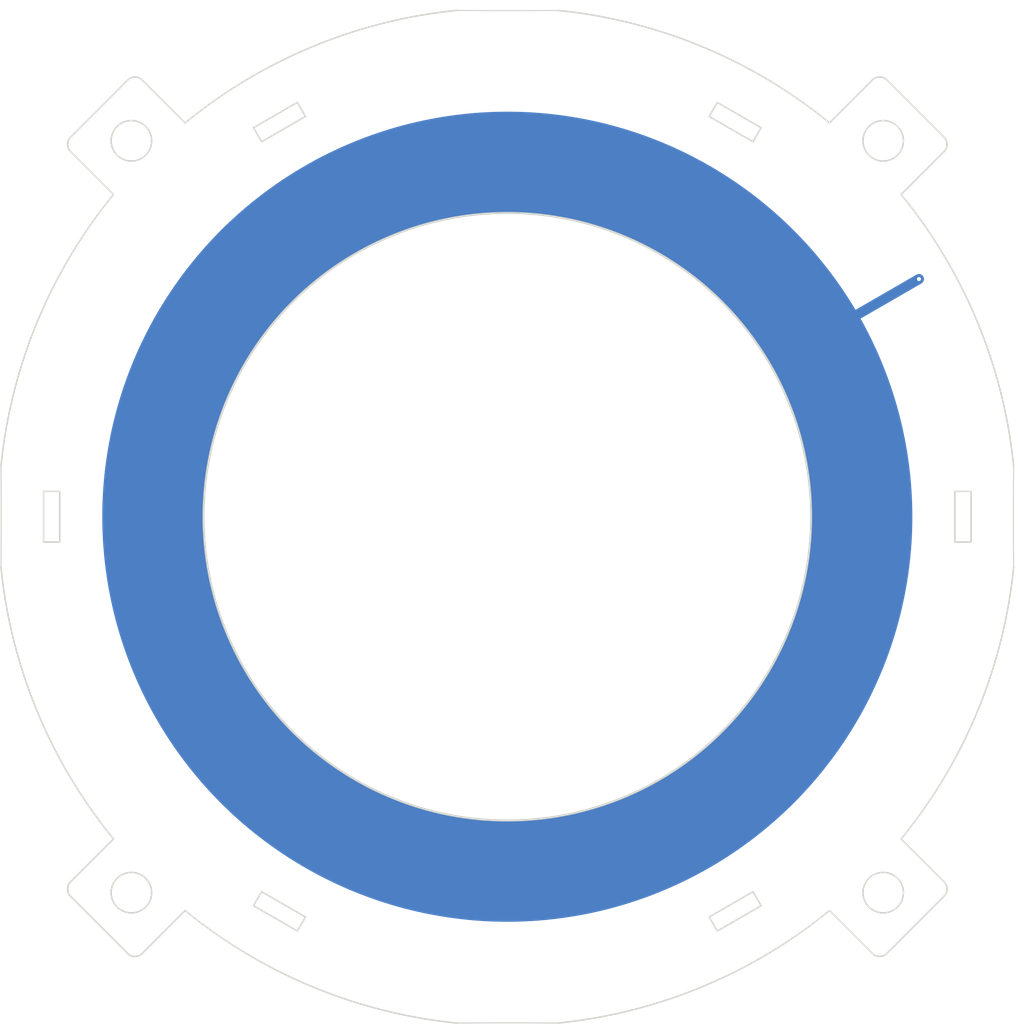
<source format=kicad_pcb>
(kicad_pcb (version 20221018) (generator pcbnew)

  (general
    (thickness 1.6)
  )

  (paper "A4")
  (layers
    (0 "F.Cu" signal)
    (31 "B.Cu" signal)
    (32 "B.Adhes" user "B.Adhesive")
    (33 "F.Adhes" user "F.Adhesive")
    (34 "B.Paste" user)
    (35 "F.Paste" user)
    (36 "B.SilkS" user "B.Silkscreen")
    (37 "F.SilkS" user "F.Silkscreen")
    (38 "B.Mask" user)
    (39 "F.Mask" user)
    (40 "Dwgs.User" user "User.Drawings")
    (41 "Cmts.User" user "User.Comments")
    (42 "Eco1.User" user "User.Eco1")
    (43 "Eco2.User" user "User.Eco2")
    (44 "Edge.Cuts" user)
    (45 "Margin" user)
    (46 "B.CrtYd" user "B.Courtyard")
    (47 "F.CrtYd" user "F.Courtyard")
    (48 "B.Fab" user)
    (49 "F.Fab" user)
    (50 "User.1" user)
    (51 "User.2" user)
    (52 "User.3" user)
    (53 "User.4" user)
    (54 "User.5" user)
    (55 "User.6" user)
    (56 "User.7" user)
    (57 "User.8" user)
    (58 "User.9" user)
  )

  (setup
    (pad_to_mask_clearance 0)
    (pcbplotparams
      (layerselection 0x00010fc_ffffffff)
      (plot_on_all_layers_selection 0x0000000_00000000)
      (disableapertmacros false)
      (usegerberextensions false)
      (usegerberattributes true)
      (usegerberadvancedattributes true)
      (creategerberjobfile true)
      (dashed_line_dash_ratio 12.000000)
      (dashed_line_gap_ratio 3.000000)
      (svgprecision 4)
      (plotframeref false)
      (viasonmask false)
      (mode 1)
      (useauxorigin false)
      (hpglpennumber 1)
      (hpglpenspeed 20)
      (hpglpendiameter 15.000000)
      (dxfpolygonmode true)
      (dxfimperialunits true)
      (dxfusepcbnewfont true)
      (psnegative false)
      (psa4output false)
      (plotreference true)
      (plotvalue true)
      (plotinvisibletext false)
      (sketchpadsonfab false)
      (subtractmaskfromsilk false)
      (outputformat 1)
      (mirror false)
      (drillshape 1)
      (scaleselection 1)
      (outputdirectory "")
    )
  )

  (net 0 "")

  (gr_circle (center 73.643 73.802) (end 108.643 73.802)
    (stroke (width 10) (type default)) (fill none) (layer "B.Cu") (tstamp 2d5ffa00-6d85-4434-afa3-a48469a4f117))
  (gr_line (start 107.875532 54.037839) (end 114.294131 50.332059)
    (stroke (width 1) (type default)) (layer "B.Cu") (tstamp f3bfdc36-54ee-4170-9e45-a6a14a66ac04))
  (gr_circle (center 73.643 73.802) (end 108.643 73.802)
    (stroke (width 10) (type default)) (fill none) (layer "B.Mask") (tstamp 77176cfa-aaf3-4aab-9ccc-49dad4bc86ed))
  (gr_line (start 111.11966 30.668486) (end 116.776514 36.32534)
    (stroke (width 0.15) (type default)) (layer "Edge.Cuts") (tstamp 01775ad2-1564-4dd6-888b-aabbeb5c9177))
  (gr_circle (center 73.643 73.802) (end 103.643 73.802)
    (stroke (width 0.2) (type default)) (fill none) (layer "Edge.Cuts") (tstamp 0433ddb8-9af1-455d-8242-63cba84dc7ad))
  (gr_line (start 78.643 123.802) (end 75.142325 123.779515)
    (stroke (width 0.1) (type default)) (layer "Edge.Cuts") (tstamp 07d67c93-fc2d-4660-98b3-9b6253d0a12c))
  (gr_line (start 105.462805 34.911127) (end 109.705446 30.668486)
    (stroke (width 0.15) (type default)) (layer "Edge.Cuts") (tstamp 08915748-1e53-457c-9795-522d41701ff5))
  (gr_line (start 30.509486 36.32534) (end 36.16634 30.668486)
    (stroke (width 0.15) (type default)) (layer "Edge.Cuts") (tstamp 1140fe97-f8ce-46ae-8fd7-7f93bffba07b))
  (gr_line (start 123.620515 72.302675) (end 123.620515 75.302675)
    (stroke (width 0.1) (type default)) (layer "Edge.Cuts") (tstamp 1274f33d-b116-4dbd-93c0-abc65c8e2616))
  (gr_arc (start 68.643 123.802) (mid 54.413396 120.226372) (end 41.823195 112.692873)
    (stroke (width 0.15) (type default)) (layer "Edge.Cuts") (tstamp 16be3f16-141e-44ca-a08c-de6d5587b066))
  (gr_line (start 41.823195 112.692873) (end 37.580554 116.935514)
    (stroke (width 0.15) (type default)) (layer "Edge.Cuts") (tstamp 1d3b1d26-99f3-4cad-ae38-8088680c7976))
  (gr_line (start 116.776514 111.27866) (end 111.11966 116.935514)
    (stroke (width 0.15) (type default)) (layer "Edge.Cuts") (tstamp 231266a5-4b41-4da0-a8cc-86bac6628155))
  (gr_arc (start 41.823195 34.911127) (mid 54.413396 27.377628) (end 68.643 23.802)
    (stroke (width 0.15) (type default)) (layer "Edge.Cuts") (tstamp 23176bad-abfe-4981-b4eb-00045aa37863))
  (gr_arc (start 105.462805 112.692873) (mid 92.872604 120.226372) (end 78.643 123.802)
    (stroke (width 0.15) (type default)) (layer "Edge.Cuts") (tstamp 2838f964-201e-4f4a-938b-cf462011f657))
  (gr_arc (start 123.643 78.802) (mid 120.067372 93.031604) (end 112.533873 105.621805)
    (stroke (width 0.15) (type default)) (layer "Edge.Cuts") (tstamp 2c175d60-7541-496e-ac82-74f5f0139378))
  (gr_line (start 23.665485 72.301325) (end 23.643 68.802)
    (stroke (width 0.1) (type default)) (layer "Edge.Cuts") (tstamp 2d8c8e0d-4558-47ab-85a7-180768b0b54b))
  (gr_arc (start 78.643 23.802) (mid 92.872604 27.377628) (end 105.462805 34.911127)
    (stroke (width 0.15) (type default)) (layer "Edge.Cuts") (tstamp 3ecbfb7e-3fb1-4da4-950b-d89349abfa9b))
  (gr_circle (center 36.519894 110.925106) (end 34.519893 110.925106)
    (stroke (width 0.15) (type default)) (fill none) (layer "Edge.Cuts") (tstamp 4190d8d5-6689-473d-9bda-743b544d6dd1))
  (gr_arc (start 36.16634 30.668486) (mid 36.873447 30.375592) (end 37.580554 30.668486)
    (stroke (width 0.15) (type default)) (layer "Edge.Cuts") (tstamp 42df6d4c-b680-4b9f-aafb-976d06076223))
  (gr_line (start 123.620515 75.302675) (end 123.643 78.802)
    (stroke (width 0.1) (type default)) (layer "Edge.Cuts") (tstamp 4e49ba2c-b146-478a-92f8-c992b7392bc4))
  (gr_line (start 36.16634 116.935514) (end 30.509486 111.27866)
    (stroke (width 0.15) (type default)) (layer "Edge.Cuts") (tstamp 4fa43be4-fd05-4b98-8972-db8d0c558c05))
  (gr_line (start 72.142325 123.779515) (end 68.643 123.802)
    (stroke (width 0.1) (type default)) (layer "Edge.Cuts") (tstamp 550d7461-34e1-4735-aa3a-1bcb5ece7fe3))
  (gr_arc (start 34.752127 105.621805) (mid 27.218628 93.031604) (end 23.643 78.802)
    (stroke (width 0.15) (type default)) (layer "Edge.Cuts") (tstamp 5a2855ef-e990-4179-94d8-95c788648fff))
  (gr_arc (start 112.533873 41.982195) (mid 120.067372 54.572396) (end 123.643 68.802)
    (stroke (width 0.15) (type default)) (layer "Edge.Cuts") (tstamp 5bb2cf2b-3fd8-44c8-ad69-2e8f86cb4e2c))
  (gr_poly
    (pts
      (xy 97.908064 110.830323)
      (xy 98.708064 112.215964)
      (xy 94.377937 114.715964)
      (xy 93.577937 113.330323)
    )

    (stroke (width 0.15) (type default)) (fill none) (layer "Edge.Cuts") (tstamp 5ea1e511-66a8-44a5-b6f6-431fb719bf36))
  (gr_poly
    (pts
      (xy 53.708064 113.330323)
      (xy 52.908064 114.715964)
      (xy 48.577937 112.215964)
      (xy 49.377937 110.830323)
    )

    (stroke (width 0.15) (type default)) (fill none) (layer "Edge.Cuts") (tstamp 67445282-ec47-466f-811c-e4d6270afe81))
  (gr_line (start 23.665485 75.301325) (end 23.665485 72.301325)
    (stroke (width 0.1) (type default)) (layer "Edge.Cuts") (tstamp 71e370d3-1496-4a57-8248-083325566eaf))
  (gr_poly
    (pts
      (xy 93.577936 34.273677)
      (xy 94.377936 32.888036)
      (xy 98.708063 35.388036)
      (xy 97.908063 36.773677)
    )

    (stroke (width 0.15) (type default)) (fill none) (layer "Edge.Cuts") (tstamp 75099426-5807-4e0c-9cda-52d55082cf24))
  (gr_line (start 23.643 78.802) (end 23.665485 75.301325)
    (stroke (width 0.1) (type default)) (layer "Edge.Cuts") (tstamp 75c0e658-8c4b-4502-8d23-4dc58a1c0ccb))
  (gr_circle (center 110.766106 36.678894) (end 112.766107 36.678894)
    (stroke (width 0.15) (type default)) (fill none) (layer "Edge.Cuts") (tstamp 76134e99-9988-401f-842a-d8daa19be4f5))
  (gr_line (start 105.462805 112.692873) (end 109.705446 116.935514)
    (stroke (width 0.15) (type default)) (layer "Edge.Cuts") (tstamp 76665fce-c682-4b3f-b2b7-83a2f7b77058))
  (gr_rect (start 117.843 71.302) (end 119.443 76.302)
    (stroke (width 0.15) (type default)) (fill none) (layer "Edge.Cuts") (tstamp 8bbd2bc6-c68a-469d-b615-f1d4c0368e78))
  (gr_arc (start 111.11966 116.935514) (mid 110.412553 117.228408) (end 109.705446 116.935514)
    (stroke (width 0.15) (type default)) (layer "Edge.Cuts") (tstamp 8dca85e6-0dcd-4568-991b-27812ecd9fce))
  (gr_line (start 112.533873 105.621805) (end 116.776514 109.864446)
    (stroke (width 0.15) (type default)) (layer "Edge.Cuts") (tstamp 93cf00f8-9b15-4cba-a586-b55b5e80b4d2))
  (gr_arc (start 109.705446 30.668486) (mid 110.412553 30.375592) (end 111.11966 30.668486)
    (stroke (width 0.15) (type default)) (layer "Edge.Cuts") (tstamp 94a61ea4-cdde-42c1-939f-cd3270cd104f))
  (gr_arc (start 23.643 68.802) (mid 27.218628 54.572396) (end 34.752127 41.982195)
    (stroke (width 0.15) (type default)) (layer "Edge.Cuts") (tstamp 95bb72c1-9af4-48d0-899e-71b8a8b17e1f))
  (gr_arc (start 30.509486 37.739554) (mid 30.216592 37.032447) (end 30.509486 36.32534)
    (stroke (width 0.15) (type default)) (layer "Edge.Cuts") (tstamp 9b240a1a-a125-4979-a17d-0e5b7712bce6))
  (gr_poly
    (pts
      (xy 49.377936 36.773677)
      (xy 48.577936 35.388036)
      (xy 52.908063 32.888036)
      (xy 53.708063 34.273677)
    )

    (stroke (width 0.15) (type default)) (fill none) (layer "Edge.Cuts") (tstamp 9bc1bab0-bd8d-4954-a3bf-8107eb23602e))
  (gr_line (start 34.752127 41.982195) (end 30.509486 37.739554)
    (stroke (width 0.15) (type default)) (layer "Edge.Cuts") (tstamp a3e0c35c-78c7-4945-8b62-556cbbcaf6e8))
  (gr_line (start 41.823195 34.911127) (end 37.580554 30.668486)
    (stroke (width 0.15) (type default)) (layer "Edge.Cuts") (tstamp a6a6d568-70dc-41f9-8af7-87a10e323c73))
  (gr_line (start 72.142325 123.779515) (end 75.142325 123.779515)
    (stroke (width 0.1) (type default)) (layer "Edge.Cuts") (tstamp bdd35f50-14f8-4532-85e2-1e2a560ae580))
  (gr_line (start 68.643 23.802) (end 72.143675 23.824485)
    (stroke (width 0.1) (type default)) (layer "Edge.Cuts") (tstamp c2dd83bc-447e-4ba2-b9ba-ac7f998b9ca8))
  (gr_line (start 112.533873 41.982195) (end 116.776514 37.739554)
    (stroke (width 0.15) (type default)) (layer "Edge.Cuts") (tstamp c301c49d-2130-486e-9755-6837679bdbeb))
  (gr_rect (start 27.843 71.302) (end 29.443 76.302)
    (stroke (width 0.15) (type default)) (fill none) (layer "Edge.Cuts") (tstamp c97ba363-81a7-4f96-831a-a7ca9b41902a))
  (gr_arc (start 116.776514 36.32534) (mid 117.069408 37.032447) (end 116.776514 37.739554)
    (stroke (width 0.15) (type default)) (layer "Edge.Cuts") (tstamp cb49e33f-d0c0-4a55-af61-cfdd0e1230c0))
  (gr_arc (start 116.776514 109.864446) (mid 117.069408 110.571553) (end 116.776514 111.27866)
    (stroke (width 0.15) (type default)) (layer "Edge.Cuts") (tstamp dc02e366-e28b-4644-b037-0f67963ce64d))
  (gr_arc (start 30.509486 111.27866) (mid 30.216592 110.571553) (end 30.509486 109.864446)
    (stroke (width 0.15) (type default)) (layer "Edge.Cuts") (tstamp df947999-5e99-4353-8246-f41dca241213))
  (gr_line (start 72.143675 23.824485) (end 75.143675 23.824485)
    (stroke (width 0.1) (type default)) (layer "Edge.Cuts") (tstamp e14e8281-e3f2-47a8-8999-d48956432232))
  (gr_arc (start 37.580554 116.935514) (mid 36.873447 117.228408) (end 36.16634 116.935514)
    (stroke (width 0.15) (type default)) (layer "Edge.Cuts") (tstamp e22a98c7-9b67-42aa-994b-96c69295e6c1))
  (gr_line (start 123.643 68.802) (end 123.620515 72.302675)
    (stroke (width 0.1) (type default)) (layer "Edge.Cuts") (tstamp e47776ab-0e23-4ac2-a95f-40dcbc247d09))
  (gr_line (start 34.752127 105.621805) (end 30.509486 109.864446)
    (stroke (width 0.15) (type default)) (layer "Edge.Cuts") (tstamp e53d5562-2334-4bed-bbe5-5690da06babf))
  (gr_circle (center 110.766106 110.925106) (end 110.766106 112.925107)
    (stroke (width 0.15) (type default)) (fill none) (layer "Edge.Cuts") (tstamp ec45a99d-001c-4be5-a196-c94b4fa0b23b))
  (gr_circle (center 36.519894 36.678894) (end 36.519894 34.678893)
    (stroke (width 0.15) (type default)) (fill none) (layer "Edge.Cuts") (tstamp efb293e9-3e35-421e-8547-171eca6177f6))
  (gr_line (start 75.143675 23.824485) (end 78.643 23.802)
    (stroke (width 0.1) (type default)) (layer "Edge.Cuts") (tstamp f1e0bd4d-5ae5-4011-bda1-36e80edd3f8e))
  (gr_circle (center 110.766106 110.925106) (end 112.18032 112.33932)
    (stroke (width 0.15) (type default)) (fill none) (layer "User.4") (tstamp 5a180bb7-67af-4890-adcb-3eda186bbc93))
  (gr_circle (center 110.766106 110.925106) (end 112.18032 112.33932)
    (stroke (width 0.15) (type default)) (fill none) (layer "User.4") (tstamp 650293b4-8e73-42c1-a107-362d7c60c371))
  (gr_circle (center 36.519894 110.925106) (end 35.10568 112.33932)
    (stroke (width 0.15) (type default)) (fill none) (layer "User.4") (tstamp 91320479-3b5a-497d-b037-e87c2e0fad6e))
  (gr_circle (center 36.519894 36.678894) (end 35.10568 35.26468)
    (stroke (width 0.15) (type default)) (fill none) (layer "User.4") (tstamp 96b28dc9-1ae7-4d6e-b009-1395eb4975d6))
  (gr_circle (center 36.519894 110.925106) (end 35.10568 112.33932)
    (stroke (width 0.15) (type default)) (fill none) (layer "User.4") (tstamp 9c1caaee-15ae-416a-9822-c262bb9e4123))
  (gr_circle (center 110.766106 36.678894) (end 112.18032 35.26468)
    (stroke (width 0.15) (type default)) (fill none) (layer "User.4") (tstamp 9f7a0d53-e9e0-4d0b-9b2c-6a744ccc7aea))
  (gr_circle (center 36.519894 36.678894) (end 35.10568 35.26468)
    (stroke (width 0.15) (type default)) (fill none) (layer "User.4") (tstamp ca247d0c-90b0-41b7-889b-2528371ea44d))
  (gr_line (start 117.843 71.302) (end 118.643 71.302)
    (stroke (width 0.15) (type default)) (layer "User.6") (tstamp 04299cb1-f2e2-425b-ba62-71e0318f81a3))
  (gr_circle (center 73.643 73.802) (end 103.643 73.802)
    (stroke (width 0.2) (type default)) (fill none) (layer "User.6") (tstamp 05dee6c8-cb26-422e-8613-16c425aa052f))
  (gr_circle (center 114.294131 50.332059) (end 116.433664 49.096799)
    (stroke (width 0.15) (type default)) (fill none) (layer "User.6") (tstamp 0e49d3c6-d9bb-4be2-94df-60e2e0c7e779))
  (gr_circle (center 73.643 73.802) (end 123.643 73.802)
    (stroke (width 0.2) (type default)) (fill none) (layer "User.6") (tstamp 24a6b55e-40e1-48a7-9d87-02bd3fc3ad0d))
  (gr_line (start 119.443 71.302) (end 119.443 76.302)
    (stroke (width 0.15) (type default)) (layer "User.6") (tstamp 2fd6a09b-b498-4598-a247-94a0138d923a))
  (gr_line (start 73.643 73.802) (end 123.643 73.802)
    (stroke (width 0.15) (type default)) (layer "User.6") (tstamp 35f67d27-5f30-479e-8d30-aba52b095f12))
  (gr_circle (center 114.294131 50.332059) (end 116.433664 49.096799)
    (stroke (width 0.15) (type default)) (fill none) (layer "User.6") (tstamp 3fc5dad1-bbcf-475d-8208-8c8fc57fca65))
  (gr_line (start 90.759266 63.91992) (end 73.643 73.802)
    (stroke (width 0.15) (type default)) (layer "User.6") (tstamp 4378efa2-978f-4454-a812-81f79e6e6438))
  (gr_circle (center 73.643 73.802) (end 113.643 73.802)
    (stroke (width 0.2) (type default)) (fill none) (layer "User.6") (tstamp 47fa5388-75a4-4861-9914-32c77e490714))
  (gr_line (start 82.201133 68.86096) (end 73.643 73.802)
    (stroke (width 0.15) (type default)) (layer "User.6") (tstamp 4e1efb89-f711-4845-80c5-1c03d7d5e543))
  (gr_line (start 119.443 76.302) (end 118.643 76.302)
    (stroke (width 0.15) (type default)) (layer "User.6") (tstamp 53fda7fb-badf-465c-bf64-5fb7a8896de3))
  (gr_line (start 116.433664 49.096799) (end 112.154598 51.567319)
    (stroke (width 0.15) (type default)) (layer "User.6") (tstamp 69d2594c-f7ae-40a4-891a-99091ef84863))
  (gr_line (start 73.643 73.802) (end 107.875532 54.037839)
    (stroke (width 0.15) (type default)) (layer "User.6") (tstamp 72916af8-ec49-4936-9e32-1176d996101d))
  (gr_line (start 116.433664 49.096799) (end 112.154598 51.567319)
    (stroke (width 0.15) (type default)) (layer "User.6") (tstamp 75033f9c-3cb9-40be-a562-203b544f19d1))
  (gr_line (start 118.643 73.802) (end 118.643 71.302)
    (stroke (width 0.15) (type default)) (layer "User.6") (tstamp 76138075-e544-4725-857c-9ddcb10929fd))
  (gr_line (start 90.759266 63.91992) (end 73.643 73.802)
    (stroke (width 0.15) (type default)) (layer "User.6") (tstamp 7b2aa193-0773-4a75-8bb8-78c5f2870062))
  (gr_line (start 97.908063 36.773677) (end 117.843 71.302)
    (stroke (width 0.1) (type default)) (layer "User.6") (tstamp 867cb470-0f17-4490-a17f-a469b1a34d9b))
  (gr_line (start 73.643 73.802) (end 107.875532 54.037839)
    (stroke (width 0.15) (type default)) (layer "User.6") (tstamp 9d484fb7-ba39-4fe7-8fb0-96a08f88573f))
  (gr_line (start 118.643 71.302) (end 119.443 71.302)
    (stroke (width 0.15) (type default)) (layer "User.6") (tstamp a52fea4b-fb0b-4499-ac2f-9e7b7bbb39cd))
  (gr_line (start 112.154598 51.567319) (end 107.875532 54.037839)
    (stroke (width 0.15) (type default)) (layer "User.6") (tstamp b37a4b6c-6497-4493-8ea5-00e704822bfb))
  (gr_line (start 112.154598 51.567319) (end 107.875532 54.037839)
    (stroke (width 0.15) (type default)) (layer "User.6") (tstamp cca84da4-da29-4b8d-96e1-873bfe98a1f0))
  (gr_line (start 113.643 73.802) (end 123.643 73.802)
    (stroke (width 0.15) (type default)) (layer "User.6") (tstamp dcd5c41b-0856-42f4-b5df-04d36f3b1a5a))
  (gr_line (start 117.843 76.302) (end 117.843 71.302)
    (stroke (width 0.15) (type default)) (layer "User.6") (tstamp edc690c8-1c0c-4ac6-bfb4-f0788cdaa294))
  (gr_line (start 117.843 76.302) (end 118.643 76.302)
    (stroke (width 0.15) (type default)) (layer "User.6") (tstamp f4b8037b-496c-49c9-ba73-a511a36f7125))
  (gr_line (start 118.643 76.302) (end 118.643 73.802)
    (stroke (width 0.15) (type default)) (layer "User.6") (tstamp f8a33b3b-c515-42d2-bea6-add5cc74a944))
  (gr_line (start 82.201133 68.86096) (end 73.643 73.802)
    (stroke (width 0.15) (type default)) (layer "User.6") (tstamp fbaff7a3-ea44-4abf-8cd9-21914818967c))
  (gr_poly
    (pts
      (xy 38.287661 109.157339)
      (xy 34.752127 112.692873)
      (xy 31.216593 109.157339)
      (xy 34.752127 105.621805)
    )

    (stroke (width 0.15) (type default)) (fill none) (layer "User.7") (tstamp 00500a3d-2aac-475f-a765-c5ffbb974c33))
  (gr_line (start 37.580554 32.0827) (end 36.16634 30.668486)
    (stroke (width 0.15) (type default)) (layer "User.7") (tstamp 022392f8-8753-4f7c-a075-91aea6b1ebdd))
  (gr_line (start 34.752127 112.692873) (end 33.337913 114.107087)
    (stroke (width 0.15) (type default)) (layer "User.7") (tstamp 08f1e80b-2a54-4f8f-9488-ee23dee41f63))
  (gr_poly
    (pts
      (xy 105.462805 34.911127)
      (xy 108.998339 31.375593)
      (xy 112.533873 34.911127)
      (xy 108.998339 38.446661)
    )

    (stroke (width 0.15) (type default)) (fill none) (layer "User.7") (tstamp 0e3a2c34-262d-4a10-a23a-dd72fab6dc7d))
  (gr_line (start 112.533873 34.911127) (end 113.948087 33.496913)
    (stroke (width 0.15) (type default)) (layer "User.7") (tstamp 12501e99-de29-4483-bbe4-6a701d4bf95c))
  (gr_line (start 109.705446 32.0827) (end 111.11966 30.668486)
    (stroke (width 0.15) (type default)) (layer "User.7") (tstamp 1b87696d-0e58-48b5-b1e1-7a30c2ef37e8))
  (gr_arc (start 38.994768 115.5213) (mid 38.287661 115.814193) (end 37.580554 115.5213)
    (stroke (width 0.15) (type default)) (layer "User.7") (tstamp 1c14583f-ed56-4a21-9a17-34a082ad52f7))
  (gr_arc (start 111.11966 116.935514) (mid 110.412553 117.228407) (end 109.705446 116.935514)
    (stroke (width 0.15) (type default)) (layer "User.7") (tstamp 26f7d66d-f394-4a3d-889e-0e9d2012bcd5))
  (gr_circle (center 123.620515 73.802675) (end 123.975 73.618)
    (stroke (width 0.15) (type default)) (fill none) (layer "User.7") (tstamp 2ca11769-f017-4e23-bcba-b8b1b1dedd14))
  (gr_arc (start 109.705446 115.5213) (mid 108.998339 115.814193) (end 108.291232 115.5213)
    (stroke (width 0.15) (type default)) (layer "User.7") (tstamp 494bb69a-9c73-4e71-aea9-74afcee601c0))
  (gr_line (start 115.3623 109.864446) (end 116.776514 111.27866)
    (stroke (width 0.15) (type default)) (layer "User.7") (tstamp 55b74edc-fb59-407c-a706-bc7141fffca9))
  (gr_poly
    (pts
      (xy 108.998339 109.157339)
      (xy 112.533873 112.692873)
      (xy 108.998339 116.228407)
      (xy 105.462805 112.692873)
    )

    (stroke (width 0.15) (type default)) (fill none) (layer "User.7") (tstamp 58d147f3-79af-4cd1-bbfa-bc3c476a2f0b))
  (gr_arc (start 37.580554 32.0827) (mid 38.287661 31.789807) (end 38.994768 32.0827)
    (stroke (width 0.15) (type default)) (layer "User.7") (tstamp 5a5f7297-119c-42df-b5f4-6b76e57a3b34))
  (gr_line (start 31.9237 37.739554) (end 30.509486 36.32534)
    (stroke (width 0.15) (type default)) (layer "User.7") (tstamp 65c591d5-542a-4df5-bd26-07e5a446ed70))
  (gr_poly
    (pts
      (xy 108.998339 38.446661)
      (xy 112.533873 34.911127)
      (xy 116.069407 38.446661)
      (xy 112.533873 41.982195)
    )

    (stroke (width 0.15) (type default)) (fill none) (layer "User.7") (tstamp 6b22aff5-c936-4938-816a-90933ae34cd9))
  (gr_arc (start 109.705446 30.668486) (mid 110.412553 30.375593) (end 111.11966 30.668486)
    (stroke (width 0.15) (type default)) (layer "User.7") (tstamp 6e649e60-e522-49b6-86c9-9c14ad4d69d5))
  (gr_arc (start 115.3623 108.450232) (mid 115.655193 109.157339) (end 115.3623 109.864446)
    (stroke (width 0.15) (type default)) (layer "User.7") (tstamp 6f959b30-ae79-4aa5-aa70-c26eb329fd2f))
  (gr_arc (start 116.776514 109.864446) (mid 117.069407 110.571553) (end 116.776514 111.27866)
    (stroke (width 0.15) (type default)) (layer "User.7") (tstamp 799fbebc-185b-4f77-b4aa-2f10236b3357))
  (gr_arc (start 36.16634 30.668486) (mid 36.873447 30.375593) (end 37.580554 30.668486)
    (stroke (width 0.15) (type default)) (layer "User.7") (tstamp 7addf881-c021-45d7-974c-285c434d07f7))
  (gr_poly
    (pts
      (xy 38.287661 38.446661)
      (xy 34.752127 34.911127)
      (xy 38.287661 31.375593)
      (xy 41.823195 34.911127)
    )

    (stroke (width 0.15) (type default)) (fill none) (layer "User.7") (tstamp 7c65fe6c-9b9f-433a-ac80-4b2fab1d8d35))
  (gr_line (start 115.3623 37.739554) (end 116.776514 36.32534)
    (stroke (width 0.15) (type default)) (layer "User.7") (tstamp 82d5b5df-646f-4e1d-915c-63115ba4abc0))
  (gr_line (start 37.580554 115.5213) (end 36.16634 116.935514)
    (stroke (width 0.15) (type default)) (layer "User.7") (tstamp 84154632-910b-4f0d-94e2-770c25f134a0))
  (gr_arc (start 116.776514 36.32534) (mid 117.069407 37.032447) (end 116.776514 37.739554)
    (stroke (width 0.15) (type default)) (layer "User.7") (tstamp 87516d1a-579c-40b9-90c9-cc33469f97a0))
  (gr_arc (start 30.509486 37.739554) (mid 30.216593 37.032447) (end 30.509486 36.32534)
    (stroke (width 0.15) (type default)) (layer "User.7") (tstamp 891aedbe-2c09-4cf4-8a97-cd3c1cab5a71))
  (gr_line (start 75.143675 23.824485) (end 72.143675 23.824485)
    (stroke (width 0.15) (type default)) (layer "User.7") (tstamp 89b06dd2-b6d4-41b1-afa7-5d5a096e96f4))
  (gr_arc (start 31.9237 39.153768) (mid 31.630807 38.446661) (end 31.9237 37.739554)
    (stroke (width 0.15) (type default)) (layer "User.7") (tstamp 9870fc4b-c951-4c68-887d-e7da9d8c7624))
  (gr_line (start 112.533873 112.692873) (end 113.948087 114.107087)
    (stroke (width 0.15) (type default)) (layer "User.7") (tstamp 9fd7805d-d765-40f7-8737-184c202050d1))
  (gr_line (start 109.705446 115.5213) (end 111.11966 116.935514)
    (stroke (width 0.15) (type default)) (layer "User.7") (tstamp a740319f-13e2-4c67-b713-09a3bea2438e))
  (gr_arc (start 37.580554 116.935514) (mid 36.873447 117.228407) (end 36.16634 116.935514)
    (stroke (width 0.15) (type default)) (layer "User.7") (tstamp afe8db2a-2530-42ba-b966-fb0e6ff3de60))
  (gr_line (start 123.620515 75.302675) (end 123.620515 72.302675)
    (stroke (width 0.15) (type default)) (layer "User.7") (tstamp c03127d7-ab42-441c-9592-49c1cc451d72))
  (gr_poly
    (pts
      (xy 112.533873 105.621805)
      (xy 116.069407 109.157339)
      (xy 112.533873 112.692873)
      (xy 108.998339 109.157339)
    )

    (stroke (width 0.15) (type default)) (fill none) (layer "User.7") (tstamp ccb977d2-5157-4f30-b029-3a00318fed34))
  (gr_line (start 34.752127 34.911127) (end 33.337913 33.496913)
    (stroke (width 0.15) (type default)) (layer "User.7") (tstamp cd93f442-0520-4c5c-86c3-6d4fdaa6636c))
  (gr_line (start 23.665485 72.301325) (end 23.665485 75.301325)
    (stroke (width 0.15) (type default)) (layer "User.7") (tstamp d28c1eb7-0abb-4207-95bb-4752f497d783))
  (gr_poly
    (pts
      (xy 41.823195 112.692873)
      (xy 38.287661 116.228407)
      (xy 34.752127 112.692873)
      (xy 38.287661 109.157339)
    )

    (stroke (width 0.15) (type default)) (fill none) (layer "User.7") (tstamp d9b9b5af-dd06-4cf5-866e-32460a5540cc))
  (gr_arc (start 30.509486 111.27866) (mid 30.216593 110.571553) (end 30.509486 109.864446)
    (stroke (width 0.15) (type default)) (layer "User.7") (tstamp db0bd579-b008-4f3e-81e5-21d7c5c7f788))
  (gr_circle (center 73.643 73.802) (end 103.643 73.802)
    (stroke (width 0.2) (type default)) (fill none) (layer "User.7") (tstamp de285b3f-3246-45e6-b6b3-59e033158be1))
  (gr_circle (center 73.643 73.802) (end 103.643 73.802)
    (stroke (width 0.2) (type default)) (fill none) (layer "User.7") (tstamp dece9fd5-b6c3-4b1d-b4e4-fd34715f56e1))
  (gr_poly
    (pts
      (xy 34.752127 41.982195)
      (xy 31.216593 38.446661)
      (xy 34.752127 34.911127)
      (xy 38.287661 38.446661)
    )

    (stroke (width 0.15) (type default)) (fill none) (layer "User.7") (tstamp e338adf9-f1c6-49eb-a761-ad941db05080))
  (gr_line (start 72.142325 123.779515) (end 75.142325 123.779515)
    (stroke (width 0.15) (type default)) (layer "User.7") (tstamp e6c2c17a-0d42-45db-bfad-ba50a72addbb))
  (gr_arc (start 31.9237 109.864446) (mid 31.630807 109.157339) (end 31.9237 108.450232)
    (stroke (width 0.15) (type default)) (layer "User.7") (tstamp ed530404-f674-40af-ab17-75a0a3fe4e6f))
  (gr_line (start 31.9237 109.864446) (end 30.509486 111.27866)
    (stroke (width 0.15) (type default)) (layer "User.7") (tstamp f07f34a8-4cb7-491d-b414-0b28b71e3edf))
  (gr_circle (center 73.643 73.802) (end 103.643 73.802)
    (stroke (width 0.2) (type default)) (fill none) (layer "User.8") (tstamp 79e85115-9d17-4092-a4e2-daba3293f631))
  (gr_line (start 75.143675 22.824485) (end 75.143674 23.824526)
    (stroke (width 0.1) (type default)) (layer "User.9") (tstamp 02590305-cff4-40f2-ada9-4118dcd6be6b))
  (gr_line (start 72.143675 23.824485) (end 72.143675 22.824485)
    (stroke (width 0.1) (type default)) (layer "User.9") (tstamp 083327b1-6598-4e39-903e-813573e7d277))

  (via (at 114.294131 50.332059) (size 0.8) (drill 0.4) (layers "F.Cu" "B.Cu") (net 0) (tstamp 4eb8d9f8-bfa2-4ed0-a3fb-b0593227cc37))

)

</source>
